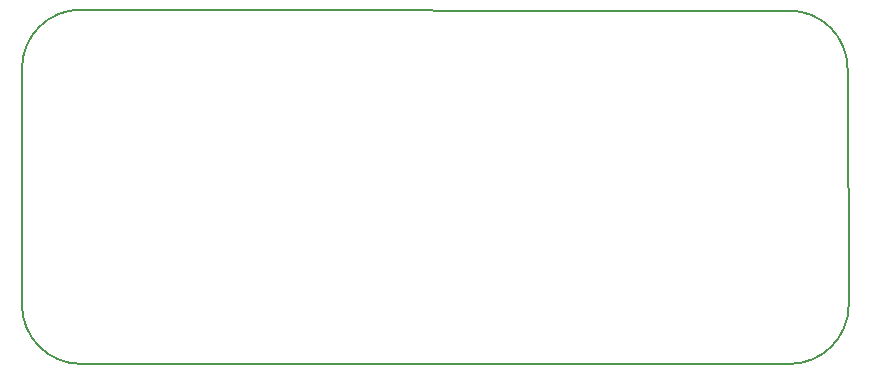
<source format=gbr>
%TF.GenerationSoftware,KiCad,Pcbnew,8.0.7*%
%TF.CreationDate,2025-01-27T22:31:33-06:00*%
%TF.ProjectId,teensy-acc-pcb,7465656e-7379-42d6-9163-632d7063622e,rev?*%
%TF.SameCoordinates,Original*%
%TF.FileFunction,Profile,NP*%
%FSLAX46Y46*%
G04 Gerber Fmt 4.6, Leading zero omitted, Abs format (unit mm)*
G04 Created by KiCad (PCBNEW 8.0.7) date 2025-01-27 22:31:33*
%MOMM*%
%LPD*%
G01*
G04 APERTURE LIST*
%TA.AperFunction,Profile*%
%ADD10C,0.200000*%
%TD*%
G04 APERTURE END LIST*
D10*
X85000000Y-85000000D02*
X85000000Y-105000000D01*
X150000000Y-80097095D02*
X90000000Y-80000000D01*
X150000000Y-110000000D02*
X90000000Y-110000000D01*
X154902903Y-85000000D02*
X155000000Y-105000000D01*
X85000000Y-85000000D02*
G75*
G02*
X90000000Y-80000000I5000000J0D01*
G01*
X90000000Y-110000000D02*
G75*
G02*
X85000000Y-105000000I0J5000000D01*
G01*
X155000000Y-105000000D02*
G75*
G02*
X150000000Y-110000000I-5000000J0D01*
G01*
X150000000Y-80097095D02*
G75*
G02*
X154902903Y-85000000I-1J-4902904D01*
G01*
M02*

</source>
